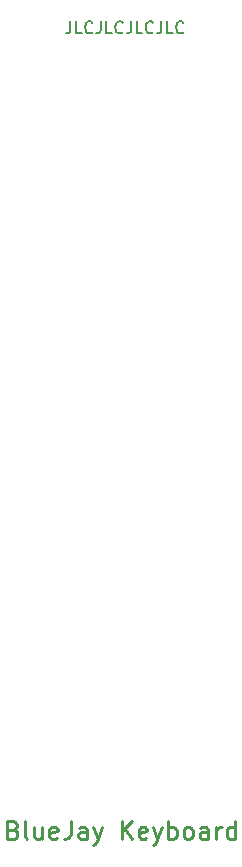
<source format=gbr>
%TF.GenerationSoftware,KiCad,Pcbnew,(6.0.5)*%
%TF.CreationDate,2022-07-25T14:14:25-03:00*%
%TF.ProjectId,bluejay_plate,626c7565-6a61-4795-9f70-6c6174652e6b,rev?*%
%TF.SameCoordinates,Original*%
%TF.FileFunction,Legend,Top*%
%TF.FilePolarity,Positive*%
%FSLAX46Y46*%
G04 Gerber Fmt 4.6, Leading zero omitted, Abs format (unit mm)*
G04 Created by KiCad (PCBNEW (6.0.5)) date 2022-07-25 14:14:25*
%MOMM*%
%LPD*%
G01*
G04 APERTURE LIST*
%ADD10C,0.150000*%
%ADD11C,0.250000*%
G04 APERTURE END LIST*
D10*
X-23619047Y36287619D02*
X-23619047Y35573333D01*
X-23666666Y35430476D01*
X-23761904Y35335238D01*
X-23904761Y35287619D01*
X-24000000Y35287619D01*
X-22666666Y35287619D02*
X-23142857Y35287619D01*
X-23142857Y36287619D01*
X-21761904Y35382857D02*
X-21809523Y35335238D01*
X-21952380Y35287619D01*
X-22047619Y35287619D01*
X-22190476Y35335238D01*
X-22285714Y35430476D01*
X-22333333Y35525714D01*
X-22380952Y35716190D01*
X-22380952Y35859047D01*
X-22333333Y36049523D01*
X-22285714Y36144761D01*
X-22190476Y36240000D01*
X-22047619Y36287619D01*
X-21952380Y36287619D01*
X-21809523Y36240000D01*
X-21761904Y36192380D01*
X-21047619Y36287619D02*
X-21047619Y35573333D01*
X-21095238Y35430476D01*
X-21190476Y35335238D01*
X-21333333Y35287619D01*
X-21428571Y35287619D01*
X-20095238Y35287619D02*
X-20571428Y35287619D01*
X-20571428Y36287619D01*
X-19190476Y35382857D02*
X-19238095Y35335238D01*
X-19380952Y35287619D01*
X-19476190Y35287619D01*
X-19619047Y35335238D01*
X-19714285Y35430476D01*
X-19761904Y35525714D01*
X-19809523Y35716190D01*
X-19809523Y35859047D01*
X-19761904Y36049523D01*
X-19714285Y36144761D01*
X-19619047Y36240000D01*
X-19476190Y36287619D01*
X-19380952Y36287619D01*
X-19238095Y36240000D01*
X-19190476Y36192380D01*
X-18476190Y36287619D02*
X-18476190Y35573333D01*
X-18523809Y35430476D01*
X-18619047Y35335238D01*
X-18761904Y35287619D01*
X-18857142Y35287619D01*
X-17523809Y35287619D02*
X-18000000Y35287619D01*
X-18000000Y36287619D01*
X-16619047Y35382857D02*
X-16666666Y35335238D01*
X-16809523Y35287619D01*
X-16904761Y35287619D01*
X-17047619Y35335238D01*
X-17142857Y35430476D01*
X-17190476Y35525714D01*
X-17238095Y35716190D01*
X-17238095Y35859047D01*
X-17190476Y36049523D01*
X-17142857Y36144761D01*
X-17047619Y36240000D01*
X-16904761Y36287619D01*
X-16809523Y36287619D01*
X-16666666Y36240000D01*
X-16619047Y36192380D01*
X-15904761Y36287619D02*
X-15904761Y35573333D01*
X-15952380Y35430476D01*
X-16047619Y35335238D01*
X-16190476Y35287619D01*
X-16285714Y35287619D01*
X-14952380Y35287619D02*
X-15428571Y35287619D01*
X-15428571Y36287619D01*
X-14047619Y35382857D02*
X-14095238Y35335238D01*
X-14238095Y35287619D01*
X-14333333Y35287619D01*
X-14476190Y35335238D01*
X-14571428Y35430476D01*
X-14619047Y35525714D01*
X-14666666Y35716190D01*
X-14666666Y35859047D01*
X-14619047Y36049523D01*
X-14571428Y36144761D01*
X-14476190Y36240000D01*
X-14333333Y36287619D01*
X-14238095Y36287619D01*
X-14095238Y36240000D01*
X-14047619Y36192380D01*
D11*
X-28462857Y-32142857D02*
X-28248571Y-32214285D01*
X-28177142Y-32285714D01*
X-28105714Y-32428571D01*
X-28105714Y-32642857D01*
X-28177142Y-32785714D01*
X-28248571Y-32857142D01*
X-28391428Y-32928571D01*
X-28962857Y-32928571D01*
X-28962857Y-31428571D01*
X-28462857Y-31428571D01*
X-28320000Y-31500000D01*
X-28248571Y-31571428D01*
X-28177142Y-31714285D01*
X-28177142Y-31857142D01*
X-28248571Y-32000000D01*
X-28320000Y-32071428D01*
X-28462857Y-32142857D01*
X-28962857Y-32142857D01*
X-27248571Y-32928571D02*
X-27391428Y-32857142D01*
X-27462857Y-32714285D01*
X-27462857Y-31428571D01*
X-26034285Y-31928571D02*
X-26034285Y-32928571D01*
X-26677142Y-31928571D02*
X-26677142Y-32714285D01*
X-26605714Y-32857142D01*
X-26462857Y-32928571D01*
X-26248571Y-32928571D01*
X-26105714Y-32857142D01*
X-26034285Y-32785714D01*
X-24748571Y-32857142D02*
X-24891428Y-32928571D01*
X-25177142Y-32928571D01*
X-25320000Y-32857142D01*
X-25391428Y-32714285D01*
X-25391428Y-32142857D01*
X-25320000Y-32000000D01*
X-25177142Y-31928571D01*
X-24891428Y-31928571D01*
X-24748571Y-32000000D01*
X-24677142Y-32142857D01*
X-24677142Y-32285714D01*
X-25391428Y-32428571D01*
X-23605714Y-31428571D02*
X-23605714Y-32500000D01*
X-23677142Y-32714285D01*
X-23820000Y-32857142D01*
X-24034285Y-32928571D01*
X-24177142Y-32928571D01*
X-22248571Y-32928571D02*
X-22248571Y-32142857D01*
X-22320000Y-32000000D01*
X-22462857Y-31928571D01*
X-22748571Y-31928571D01*
X-22891428Y-32000000D01*
X-22248571Y-32857142D02*
X-22391428Y-32928571D01*
X-22748571Y-32928571D01*
X-22891428Y-32857142D01*
X-22962857Y-32714285D01*
X-22962857Y-32571428D01*
X-22891428Y-32428571D01*
X-22748571Y-32357142D01*
X-22391428Y-32357142D01*
X-22248571Y-32285714D01*
X-21677142Y-31928571D02*
X-21320000Y-32928571D01*
X-20962857Y-31928571D02*
X-21320000Y-32928571D01*
X-21462857Y-33285714D01*
X-21534285Y-33357142D01*
X-21677142Y-33428571D01*
X-19248571Y-32928571D02*
X-19248571Y-31428571D01*
X-18391428Y-32928571D02*
X-19034285Y-32071428D01*
X-18391428Y-31428571D02*
X-19248571Y-32285714D01*
X-17177142Y-32857142D02*
X-17320000Y-32928571D01*
X-17605714Y-32928571D01*
X-17748571Y-32857142D01*
X-17820000Y-32714285D01*
X-17820000Y-32142857D01*
X-17748571Y-32000000D01*
X-17605714Y-31928571D01*
X-17320000Y-31928571D01*
X-17177142Y-32000000D01*
X-17105714Y-32142857D01*
X-17105714Y-32285714D01*
X-17820000Y-32428571D01*
X-16605714Y-31928571D02*
X-16248571Y-32928571D01*
X-15891428Y-31928571D02*
X-16248571Y-32928571D01*
X-16391428Y-33285714D01*
X-16462857Y-33357142D01*
X-16605714Y-33428571D01*
X-15320000Y-32928571D02*
X-15320000Y-31428571D01*
X-15320000Y-32000000D02*
X-15177142Y-31928571D01*
X-14891428Y-31928571D01*
X-14748571Y-32000000D01*
X-14677142Y-32071428D01*
X-14605714Y-32214285D01*
X-14605714Y-32642857D01*
X-14677142Y-32785714D01*
X-14748571Y-32857142D01*
X-14891428Y-32928571D01*
X-15177142Y-32928571D01*
X-15320000Y-32857142D01*
X-13748571Y-32928571D02*
X-13891428Y-32857142D01*
X-13962857Y-32785714D01*
X-14034285Y-32642857D01*
X-14034285Y-32214285D01*
X-13962857Y-32071428D01*
X-13891428Y-32000000D01*
X-13748571Y-31928571D01*
X-13534285Y-31928571D01*
X-13391428Y-32000000D01*
X-13320000Y-32071428D01*
X-13248571Y-32214285D01*
X-13248571Y-32642857D01*
X-13320000Y-32785714D01*
X-13391428Y-32857142D01*
X-13534285Y-32928571D01*
X-13748571Y-32928571D01*
X-11962857Y-32928571D02*
X-11962857Y-32142857D01*
X-12034285Y-32000000D01*
X-12177142Y-31928571D01*
X-12462857Y-31928571D01*
X-12605714Y-32000000D01*
X-11962857Y-32857142D02*
X-12105714Y-32928571D01*
X-12462857Y-32928571D01*
X-12605714Y-32857142D01*
X-12677142Y-32714285D01*
X-12677142Y-32571428D01*
X-12605714Y-32428571D01*
X-12462857Y-32357142D01*
X-12105714Y-32357142D01*
X-11962857Y-32285714D01*
X-11248571Y-32928571D02*
X-11248571Y-31928571D01*
X-11248571Y-32214285D02*
X-11177142Y-32071428D01*
X-11105714Y-32000000D01*
X-10962857Y-31928571D01*
X-10820000Y-31928571D01*
X-9677142Y-32928571D02*
X-9677142Y-31428571D01*
X-9677142Y-32857142D02*
X-9820000Y-32928571D01*
X-10105714Y-32928571D01*
X-10248571Y-32857142D01*
X-10320000Y-32785714D01*
X-10391428Y-32642857D01*
X-10391428Y-32214285D01*
X-10320000Y-32071428D01*
X-10248571Y-32000000D01*
X-10105714Y-31928571D01*
X-9820000Y-31928571D01*
X-9677142Y-32000000D01*
M02*

</source>
